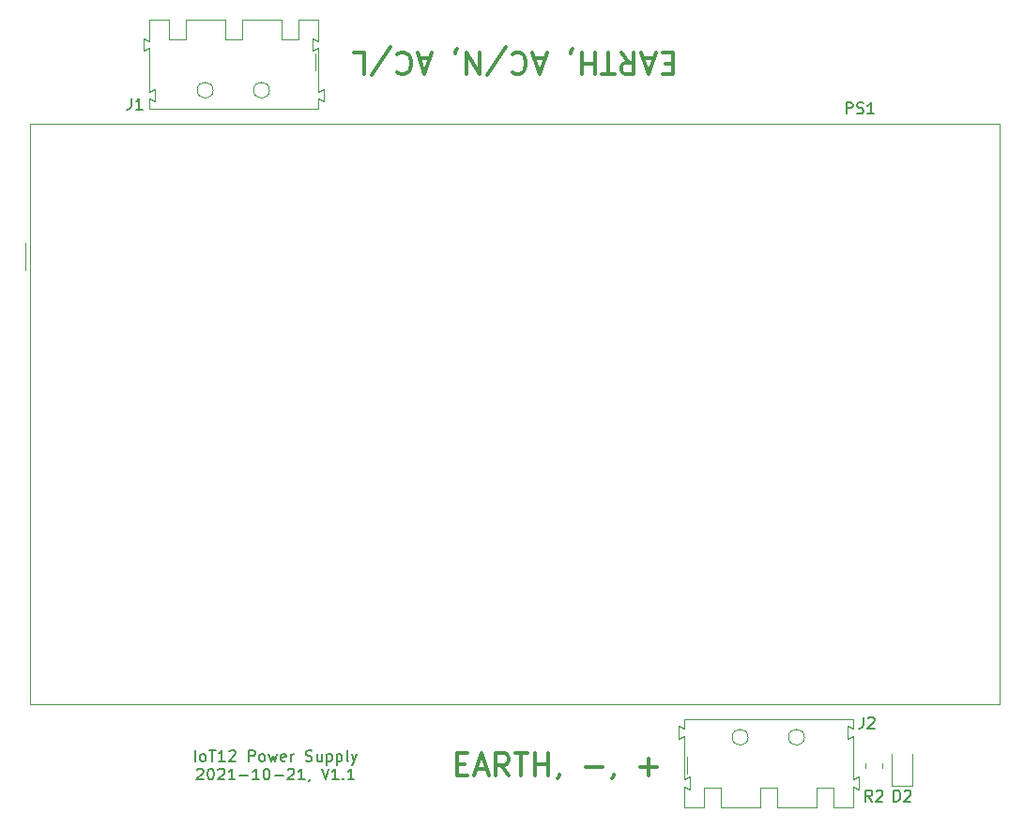
<source format=gto>
G04 #@! TF.GenerationSoftware,KiCad,Pcbnew,(5.1.10)-1*
G04 #@! TF.CreationDate,2021-10-21T22:15:42+02:00*
G04 #@! TF.ProjectId,IoT12 Power Supply,496f5431-3220-4506-9f77-657220537570,rev?*
G04 #@! TF.SameCoordinates,Original*
G04 #@! TF.FileFunction,Legend,Top*
G04 #@! TF.FilePolarity,Positive*
%FSLAX46Y46*%
G04 Gerber Fmt 4.6, Leading zero omitted, Abs format (unit mm)*
G04 Created by KiCad (PCBNEW (5.1.10)-1) date 2021-10-21 22:15:42*
%MOMM*%
%LPD*%
G01*
G04 APERTURE LIST*
%ADD10C,0.300000*%
%ADD11C,0.150000*%
%ADD12C,0.120000*%
%ADD13C,3.000000*%
%ADD14R,3.000000X3.000000*%
%ADD15C,4.000000*%
%ADD16C,2.500000*%
%ADD17R,2.500000X2.500000*%
%ADD18C,0.800000*%
%ADD19C,6.400000*%
G04 APERTURE END LIST*
D10*
X147162380Y-121777142D02*
X147829047Y-121777142D01*
X148114761Y-122824761D02*
X147162380Y-122824761D01*
X147162380Y-120824761D01*
X148114761Y-120824761D01*
X148876666Y-122253333D02*
X149829047Y-122253333D01*
X148686190Y-122824761D02*
X149352857Y-120824761D01*
X150019523Y-122824761D01*
X151829047Y-122824761D02*
X151162380Y-121872380D01*
X150686190Y-122824761D02*
X150686190Y-120824761D01*
X151448095Y-120824761D01*
X151638571Y-120920000D01*
X151733809Y-121015238D01*
X151829047Y-121205714D01*
X151829047Y-121491428D01*
X151733809Y-121681904D01*
X151638571Y-121777142D01*
X151448095Y-121872380D01*
X150686190Y-121872380D01*
X152400476Y-120824761D02*
X153543333Y-120824761D01*
X152971904Y-122824761D02*
X152971904Y-120824761D01*
X154210000Y-122824761D02*
X154210000Y-120824761D01*
X154210000Y-121777142D02*
X155352857Y-121777142D01*
X155352857Y-122824761D02*
X155352857Y-120824761D01*
X156400476Y-122729523D02*
X156400476Y-122824761D01*
X156305238Y-123015238D01*
X156210000Y-123110476D01*
X158781428Y-122062857D02*
X160305238Y-122062857D01*
X161352857Y-122729523D02*
X161352857Y-122824761D01*
X161257619Y-123015238D01*
X161162380Y-123110476D01*
X163733809Y-122062857D02*
X165257619Y-122062857D01*
X164495714Y-122824761D02*
X164495714Y-121300952D01*
X166638095Y-58562857D02*
X165971428Y-58562857D01*
X165685714Y-57515238D02*
X166638095Y-57515238D01*
X166638095Y-59515238D01*
X165685714Y-59515238D01*
X164923809Y-58086666D02*
X163971428Y-58086666D01*
X165114285Y-57515238D02*
X164447619Y-59515238D01*
X163780952Y-57515238D01*
X161971428Y-57515238D02*
X162638095Y-58467619D01*
X163114285Y-57515238D02*
X163114285Y-59515238D01*
X162352380Y-59515238D01*
X162161904Y-59420000D01*
X162066666Y-59324761D01*
X161971428Y-59134285D01*
X161971428Y-58848571D01*
X162066666Y-58658095D01*
X162161904Y-58562857D01*
X162352380Y-58467619D01*
X163114285Y-58467619D01*
X161400000Y-59515238D02*
X160257142Y-59515238D01*
X160828571Y-57515238D02*
X160828571Y-59515238D01*
X159590476Y-57515238D02*
X159590476Y-59515238D01*
X159590476Y-58562857D02*
X158447619Y-58562857D01*
X158447619Y-57515238D02*
X158447619Y-59515238D01*
X157400000Y-57610476D02*
X157400000Y-57515238D01*
X157495238Y-57324761D01*
X157590476Y-57229523D01*
X155114285Y-58086666D02*
X154161904Y-58086666D01*
X155304761Y-57515238D02*
X154638095Y-59515238D01*
X153971428Y-57515238D01*
X152161904Y-57705714D02*
X152257142Y-57610476D01*
X152542857Y-57515238D01*
X152733333Y-57515238D01*
X153019047Y-57610476D01*
X153209523Y-57800952D01*
X153304761Y-57991428D01*
X153400000Y-58372380D01*
X153400000Y-58658095D01*
X153304761Y-59039047D01*
X153209523Y-59229523D01*
X153019047Y-59420000D01*
X152733333Y-59515238D01*
X152542857Y-59515238D01*
X152257142Y-59420000D01*
X152161904Y-59324761D01*
X149876190Y-59610476D02*
X151590476Y-57039047D01*
X149209523Y-57515238D02*
X149209523Y-59515238D01*
X148066666Y-57515238D01*
X148066666Y-59515238D01*
X147019047Y-57610476D02*
X147019047Y-57515238D01*
X147114285Y-57324761D01*
X147209523Y-57229523D01*
X144733333Y-58086666D02*
X143780952Y-58086666D01*
X144923809Y-57515238D02*
X144257142Y-59515238D01*
X143590476Y-57515238D01*
X141780952Y-57705714D02*
X141876190Y-57610476D01*
X142161904Y-57515238D01*
X142352380Y-57515238D01*
X142638095Y-57610476D01*
X142828571Y-57800952D01*
X142923809Y-57991428D01*
X143019047Y-58372380D01*
X143019047Y-58658095D01*
X142923809Y-59039047D01*
X142828571Y-59229523D01*
X142638095Y-59420000D01*
X142352380Y-59515238D01*
X142161904Y-59515238D01*
X141876190Y-59420000D01*
X141780952Y-59324761D01*
X139495238Y-59610476D02*
X141209523Y-57039047D01*
X137876190Y-57515238D02*
X138828571Y-57515238D01*
X138828571Y-59515238D01*
D11*
X123571904Y-121547380D02*
X123571904Y-120547380D01*
X124190952Y-121547380D02*
X124095714Y-121499761D01*
X124048095Y-121452142D01*
X124000476Y-121356904D01*
X124000476Y-121071190D01*
X124048095Y-120975952D01*
X124095714Y-120928333D01*
X124190952Y-120880714D01*
X124333809Y-120880714D01*
X124429047Y-120928333D01*
X124476666Y-120975952D01*
X124524285Y-121071190D01*
X124524285Y-121356904D01*
X124476666Y-121452142D01*
X124429047Y-121499761D01*
X124333809Y-121547380D01*
X124190952Y-121547380D01*
X124810000Y-120547380D02*
X125381428Y-120547380D01*
X125095714Y-121547380D02*
X125095714Y-120547380D01*
X126238571Y-121547380D02*
X125667142Y-121547380D01*
X125952857Y-121547380D02*
X125952857Y-120547380D01*
X125857619Y-120690238D01*
X125762380Y-120785476D01*
X125667142Y-120833095D01*
X126619523Y-120642619D02*
X126667142Y-120595000D01*
X126762380Y-120547380D01*
X127000476Y-120547380D01*
X127095714Y-120595000D01*
X127143333Y-120642619D01*
X127190952Y-120737857D01*
X127190952Y-120833095D01*
X127143333Y-120975952D01*
X126571904Y-121547380D01*
X127190952Y-121547380D01*
X128381428Y-121547380D02*
X128381428Y-120547380D01*
X128762380Y-120547380D01*
X128857619Y-120595000D01*
X128905238Y-120642619D01*
X128952857Y-120737857D01*
X128952857Y-120880714D01*
X128905238Y-120975952D01*
X128857619Y-121023571D01*
X128762380Y-121071190D01*
X128381428Y-121071190D01*
X129524285Y-121547380D02*
X129429047Y-121499761D01*
X129381428Y-121452142D01*
X129333809Y-121356904D01*
X129333809Y-121071190D01*
X129381428Y-120975952D01*
X129429047Y-120928333D01*
X129524285Y-120880714D01*
X129667142Y-120880714D01*
X129762380Y-120928333D01*
X129810000Y-120975952D01*
X129857619Y-121071190D01*
X129857619Y-121356904D01*
X129810000Y-121452142D01*
X129762380Y-121499761D01*
X129667142Y-121547380D01*
X129524285Y-121547380D01*
X130190952Y-120880714D02*
X130381428Y-121547380D01*
X130571904Y-121071190D01*
X130762380Y-121547380D01*
X130952857Y-120880714D01*
X131714761Y-121499761D02*
X131619523Y-121547380D01*
X131429047Y-121547380D01*
X131333809Y-121499761D01*
X131286190Y-121404523D01*
X131286190Y-121023571D01*
X131333809Y-120928333D01*
X131429047Y-120880714D01*
X131619523Y-120880714D01*
X131714761Y-120928333D01*
X131762380Y-121023571D01*
X131762380Y-121118809D01*
X131286190Y-121214047D01*
X132190952Y-121547380D02*
X132190952Y-120880714D01*
X132190952Y-121071190D02*
X132238571Y-120975952D01*
X132286190Y-120928333D01*
X132381428Y-120880714D01*
X132476666Y-120880714D01*
X133524285Y-121499761D02*
X133667142Y-121547380D01*
X133905238Y-121547380D01*
X134000476Y-121499761D01*
X134048095Y-121452142D01*
X134095714Y-121356904D01*
X134095714Y-121261666D01*
X134048095Y-121166428D01*
X134000476Y-121118809D01*
X133905238Y-121071190D01*
X133714761Y-121023571D01*
X133619523Y-120975952D01*
X133571904Y-120928333D01*
X133524285Y-120833095D01*
X133524285Y-120737857D01*
X133571904Y-120642619D01*
X133619523Y-120595000D01*
X133714761Y-120547380D01*
X133952857Y-120547380D01*
X134095714Y-120595000D01*
X134952857Y-120880714D02*
X134952857Y-121547380D01*
X134524285Y-120880714D02*
X134524285Y-121404523D01*
X134571904Y-121499761D01*
X134667142Y-121547380D01*
X134810000Y-121547380D01*
X134905238Y-121499761D01*
X134952857Y-121452142D01*
X135429047Y-120880714D02*
X135429047Y-121880714D01*
X135429047Y-120928333D02*
X135524285Y-120880714D01*
X135714761Y-120880714D01*
X135810000Y-120928333D01*
X135857619Y-120975952D01*
X135905238Y-121071190D01*
X135905238Y-121356904D01*
X135857619Y-121452142D01*
X135810000Y-121499761D01*
X135714761Y-121547380D01*
X135524285Y-121547380D01*
X135429047Y-121499761D01*
X136333809Y-120880714D02*
X136333809Y-121880714D01*
X136333809Y-120928333D02*
X136429047Y-120880714D01*
X136619523Y-120880714D01*
X136714761Y-120928333D01*
X136762380Y-120975952D01*
X136810000Y-121071190D01*
X136810000Y-121356904D01*
X136762380Y-121452142D01*
X136714761Y-121499761D01*
X136619523Y-121547380D01*
X136429047Y-121547380D01*
X136333809Y-121499761D01*
X137381428Y-121547380D02*
X137286190Y-121499761D01*
X137238571Y-121404523D01*
X137238571Y-120547380D01*
X137667142Y-120880714D02*
X137905238Y-121547380D01*
X138143333Y-120880714D02*
X137905238Y-121547380D01*
X137810000Y-121785476D01*
X137762380Y-121833095D01*
X137667142Y-121880714D01*
X123714761Y-122292619D02*
X123762380Y-122245000D01*
X123857619Y-122197380D01*
X124095714Y-122197380D01*
X124190952Y-122245000D01*
X124238571Y-122292619D01*
X124286190Y-122387857D01*
X124286190Y-122483095D01*
X124238571Y-122625952D01*
X123667142Y-123197380D01*
X124286190Y-123197380D01*
X124905238Y-122197380D02*
X125000476Y-122197380D01*
X125095714Y-122245000D01*
X125143333Y-122292619D01*
X125190952Y-122387857D01*
X125238571Y-122578333D01*
X125238571Y-122816428D01*
X125190952Y-123006904D01*
X125143333Y-123102142D01*
X125095714Y-123149761D01*
X125000476Y-123197380D01*
X124905238Y-123197380D01*
X124810000Y-123149761D01*
X124762380Y-123102142D01*
X124714761Y-123006904D01*
X124667142Y-122816428D01*
X124667142Y-122578333D01*
X124714761Y-122387857D01*
X124762380Y-122292619D01*
X124810000Y-122245000D01*
X124905238Y-122197380D01*
X125619523Y-122292619D02*
X125667142Y-122245000D01*
X125762380Y-122197380D01*
X126000476Y-122197380D01*
X126095714Y-122245000D01*
X126143333Y-122292619D01*
X126190952Y-122387857D01*
X126190952Y-122483095D01*
X126143333Y-122625952D01*
X125571904Y-123197380D01*
X126190952Y-123197380D01*
X127143333Y-123197380D02*
X126571904Y-123197380D01*
X126857619Y-123197380D02*
X126857619Y-122197380D01*
X126762380Y-122340238D01*
X126667142Y-122435476D01*
X126571904Y-122483095D01*
X127571904Y-122816428D02*
X128333809Y-122816428D01*
X129333809Y-123197380D02*
X128762380Y-123197380D01*
X129048095Y-123197380D02*
X129048095Y-122197380D01*
X128952857Y-122340238D01*
X128857619Y-122435476D01*
X128762380Y-122483095D01*
X129952857Y-122197380D02*
X130048095Y-122197380D01*
X130143333Y-122245000D01*
X130190952Y-122292619D01*
X130238571Y-122387857D01*
X130286190Y-122578333D01*
X130286190Y-122816428D01*
X130238571Y-123006904D01*
X130190952Y-123102142D01*
X130143333Y-123149761D01*
X130048095Y-123197380D01*
X129952857Y-123197380D01*
X129857619Y-123149761D01*
X129810000Y-123102142D01*
X129762380Y-123006904D01*
X129714761Y-122816428D01*
X129714761Y-122578333D01*
X129762380Y-122387857D01*
X129810000Y-122292619D01*
X129857619Y-122245000D01*
X129952857Y-122197380D01*
X130714761Y-122816428D02*
X131476666Y-122816428D01*
X131905238Y-122292619D02*
X131952857Y-122245000D01*
X132048095Y-122197380D01*
X132286190Y-122197380D01*
X132381428Y-122245000D01*
X132429047Y-122292619D01*
X132476666Y-122387857D01*
X132476666Y-122483095D01*
X132429047Y-122625952D01*
X131857619Y-123197380D01*
X132476666Y-123197380D01*
X133429047Y-123197380D02*
X132857619Y-123197380D01*
X133143333Y-123197380D02*
X133143333Y-122197380D01*
X133048095Y-122340238D01*
X132952857Y-122435476D01*
X132857619Y-122483095D01*
X133905238Y-123149761D02*
X133905238Y-123197380D01*
X133857619Y-123292619D01*
X133810000Y-123340238D01*
X134952857Y-122197380D02*
X135286190Y-123197380D01*
X135619523Y-122197380D01*
X136476666Y-123197380D02*
X135905238Y-123197380D01*
X136190952Y-123197380D02*
X136190952Y-122197380D01*
X136095714Y-122340238D01*
X136000476Y-122435476D01*
X135905238Y-122483095D01*
X136905238Y-123102142D02*
X136952857Y-123149761D01*
X136905238Y-123197380D01*
X136857619Y-123149761D01*
X136905238Y-123102142D01*
X136905238Y-123197380D01*
X137905238Y-123197380D02*
X137333809Y-123197380D01*
X137619523Y-123197380D02*
X137619523Y-122197380D01*
X137524285Y-122340238D01*
X137429047Y-122435476D01*
X137333809Y-122483095D01*
D12*
X178518420Y-119380000D02*
G75*
G03*
X178518420Y-119380000I-718420J0D01*
G01*
X179578000Y-125730000D02*
X179578000Y-123952000D01*
X181102000Y-123952000D02*
X181102000Y-125730000D01*
X179578000Y-123952000D02*
X181102000Y-123952000D01*
X176022000Y-125730000D02*
X179578000Y-125730000D01*
X182880000Y-117720000D02*
X167640000Y-117720000D01*
X167640000Y-125730000D02*
X169418000Y-125730000D01*
X167640000Y-118618000D02*
X167132000Y-118364000D01*
X167132000Y-118364000D02*
X167132000Y-119507000D01*
X167132000Y-119507000D02*
X167640000Y-119253000D01*
X167640000Y-117720000D02*
X167640000Y-118618000D01*
X182372000Y-118364000D02*
X182372000Y-119507000D01*
X182880000Y-118618000D02*
X182372000Y-118364000D01*
X182372000Y-119507000D02*
X182880000Y-119253000D01*
X182880000Y-117720000D02*
X182880000Y-118618000D01*
X183388000Y-124079000D02*
X183388000Y-122936000D01*
X182880000Y-123825000D02*
X183388000Y-124079000D01*
X183388000Y-122936000D02*
X182880000Y-123190000D01*
X182880000Y-119253000D02*
X182880000Y-123190000D01*
X182880000Y-123825000D02*
X182880000Y-125730000D01*
X168148000Y-124079000D02*
X168148000Y-122936000D01*
X167640000Y-123825000D02*
X168148000Y-124079000D01*
X168148000Y-122936000D02*
X167640000Y-123190000D01*
X167640000Y-119253000D02*
X167640000Y-123190000D01*
X167640000Y-123825000D02*
X167640000Y-125730000D01*
X169418000Y-125730000D02*
X169418000Y-123952000D01*
X169418000Y-123952000D02*
X170942000Y-123952000D01*
X170942000Y-123952000D02*
X170942000Y-125730000D01*
X170942000Y-125730000D02*
X174498000Y-125730000D01*
X174498000Y-125730000D02*
X174498000Y-123952000D01*
X174498000Y-123952000D02*
X176022000Y-123952000D01*
X176022000Y-123952000D02*
X176022000Y-125730000D01*
X181102000Y-125730000D02*
X182880000Y-125730000D01*
X173438420Y-119380000D02*
G75*
G03*
X173438420Y-119380000I-718420J0D01*
G01*
X167894000Y-121158000D02*
X167894000Y-122682000D01*
X125178420Y-60960000D02*
G75*
G03*
X125178420Y-60960000I-718420J0D01*
G01*
X122682000Y-54610000D02*
X122682000Y-56388000D01*
X121158000Y-56388000D02*
X121158000Y-54610000D01*
X122682000Y-56388000D02*
X121158000Y-56388000D01*
X126238000Y-54610000D02*
X122682000Y-54610000D01*
X119380000Y-62620000D02*
X134620000Y-62620000D01*
X134620000Y-54610000D02*
X132842000Y-54610000D01*
X134620000Y-61722000D02*
X135128000Y-61976000D01*
X135128000Y-61976000D02*
X135128000Y-60833000D01*
X135128000Y-60833000D02*
X134620000Y-61087000D01*
X134620000Y-62620000D02*
X134620000Y-61722000D01*
X119888000Y-61976000D02*
X119888000Y-60833000D01*
X119380000Y-61722000D02*
X119888000Y-61976000D01*
X119888000Y-60833000D02*
X119380000Y-61087000D01*
X119380000Y-62620000D02*
X119380000Y-61722000D01*
X118872000Y-56261000D02*
X118872000Y-57404000D01*
X119380000Y-56515000D02*
X118872000Y-56261000D01*
X118872000Y-57404000D02*
X119380000Y-57150000D01*
X119380000Y-61087000D02*
X119380000Y-57150000D01*
X119380000Y-56515000D02*
X119380000Y-54610000D01*
X134112000Y-56261000D02*
X134112000Y-57404000D01*
X134620000Y-56515000D02*
X134112000Y-56261000D01*
X134112000Y-57404000D02*
X134620000Y-57150000D01*
X134620000Y-61087000D02*
X134620000Y-57150000D01*
X134620000Y-56515000D02*
X134620000Y-54610000D01*
X132842000Y-54610000D02*
X132842000Y-56388000D01*
X132842000Y-56388000D02*
X131318000Y-56388000D01*
X131318000Y-56388000D02*
X131318000Y-54610000D01*
X131318000Y-54610000D02*
X127762000Y-54610000D01*
X127762000Y-54610000D02*
X127762000Y-56388000D01*
X127762000Y-56388000D02*
X126238000Y-56388000D01*
X126238000Y-56388000D02*
X126238000Y-54610000D01*
X121158000Y-54610000D02*
X119380000Y-54610000D01*
X130258420Y-60960000D02*
G75*
G03*
X130258420Y-60960000I-718420J0D01*
G01*
X134366000Y-59182000D02*
X134366000Y-57658000D01*
X185520000Y-122147064D02*
X185520000Y-121692936D01*
X184050000Y-122147064D02*
X184050000Y-121692936D01*
X188285000Y-123780000D02*
X188285000Y-120920000D01*
X186365000Y-123780000D02*
X188285000Y-123780000D01*
X186365000Y-120920000D02*
X186365000Y-123780000D01*
X196098400Y-63964200D02*
X108698400Y-63964200D01*
X108698400Y-116364200D02*
X196098400Y-116364200D01*
X196098400Y-116364200D02*
X196098400Y-63964200D01*
X108698400Y-63964200D02*
X108698400Y-116364200D01*
X108210000Y-77220000D02*
X108210000Y-74720000D01*
D11*
X183816666Y-117562380D02*
X183816666Y-118276666D01*
X183769047Y-118419523D01*
X183673809Y-118514761D01*
X183530952Y-118562380D01*
X183435714Y-118562380D01*
X184245238Y-117657619D02*
X184292857Y-117610000D01*
X184388095Y-117562380D01*
X184626190Y-117562380D01*
X184721428Y-117610000D01*
X184769047Y-117657619D01*
X184816666Y-117752857D01*
X184816666Y-117848095D01*
X184769047Y-117990952D01*
X184197619Y-118562380D01*
X184816666Y-118562380D01*
X117776666Y-61682380D02*
X117776666Y-62396666D01*
X117729047Y-62539523D01*
X117633809Y-62634761D01*
X117490952Y-62682380D01*
X117395714Y-62682380D01*
X118776666Y-62682380D02*
X118205238Y-62682380D01*
X118490952Y-62682380D02*
X118490952Y-61682380D01*
X118395714Y-61825238D01*
X118300476Y-61920476D01*
X118205238Y-61968095D01*
X184618333Y-125166380D02*
X184285000Y-124690190D01*
X184046904Y-125166380D02*
X184046904Y-124166380D01*
X184427857Y-124166380D01*
X184523095Y-124214000D01*
X184570714Y-124261619D01*
X184618333Y-124356857D01*
X184618333Y-124499714D01*
X184570714Y-124594952D01*
X184523095Y-124642571D01*
X184427857Y-124690190D01*
X184046904Y-124690190D01*
X184999285Y-124261619D02*
X185046904Y-124214000D01*
X185142142Y-124166380D01*
X185380238Y-124166380D01*
X185475476Y-124214000D01*
X185523095Y-124261619D01*
X185570714Y-124356857D01*
X185570714Y-124452095D01*
X185523095Y-124594952D01*
X184951666Y-125166380D01*
X185570714Y-125166380D01*
X186586904Y-125166380D02*
X186586904Y-124166380D01*
X186825000Y-124166380D01*
X186967857Y-124214000D01*
X187063095Y-124309238D01*
X187110714Y-124404476D01*
X187158333Y-124594952D01*
X187158333Y-124737809D01*
X187110714Y-124928285D01*
X187063095Y-125023523D01*
X186967857Y-125118761D01*
X186825000Y-125166380D01*
X186586904Y-125166380D01*
X187539285Y-124261619D02*
X187586904Y-124214000D01*
X187682142Y-124166380D01*
X187920238Y-124166380D01*
X188015476Y-124214000D01*
X188063095Y-124261619D01*
X188110714Y-124356857D01*
X188110714Y-124452095D01*
X188063095Y-124594952D01*
X187491666Y-125166380D01*
X188110714Y-125166380D01*
X182300714Y-63063380D02*
X182300714Y-62063380D01*
X182681666Y-62063380D01*
X182776904Y-62111000D01*
X182824523Y-62158619D01*
X182872142Y-62253857D01*
X182872142Y-62396714D01*
X182824523Y-62491952D01*
X182776904Y-62539571D01*
X182681666Y-62587190D01*
X182300714Y-62587190D01*
X183253095Y-63015761D02*
X183395952Y-63063380D01*
X183634047Y-63063380D01*
X183729285Y-63015761D01*
X183776904Y-62968142D01*
X183824523Y-62872904D01*
X183824523Y-62777666D01*
X183776904Y-62682428D01*
X183729285Y-62634809D01*
X183634047Y-62587190D01*
X183443571Y-62539571D01*
X183348333Y-62491952D01*
X183300714Y-62444333D01*
X183253095Y-62349095D01*
X183253095Y-62253857D01*
X183300714Y-62158619D01*
X183348333Y-62111000D01*
X183443571Y-62063380D01*
X183681666Y-62063380D01*
X183824523Y-62111000D01*
X184776904Y-63063380D02*
X184205476Y-63063380D01*
X184491190Y-63063380D02*
X184491190Y-62063380D01*
X184395952Y-62206238D01*
X184300714Y-62301476D01*
X184205476Y-62349095D01*
%LPC*%
D13*
X180340000Y-121920000D03*
X175260000Y-121920000D03*
D14*
X170180000Y-121920000D03*
D13*
X121920000Y-58420000D03*
X127000000Y-58420000D03*
D14*
X132080000Y-58420000D03*
G36*
G01*
X185235001Y-121520000D02*
X184334999Y-121520000D01*
G75*
G02*
X184085000Y-121270001I0J249999D01*
G01*
X184085000Y-120569999D01*
G75*
G02*
X184334999Y-120320000I249999J0D01*
G01*
X185235001Y-120320000D01*
G75*
G02*
X185485000Y-120569999I0J-249999D01*
G01*
X185485000Y-121270001D01*
G75*
G02*
X185235001Y-121520000I-249999J0D01*
G01*
G37*
G36*
G01*
X185235001Y-123520000D02*
X184334999Y-123520000D01*
G75*
G02*
X184085000Y-123270001I0J249999D01*
G01*
X184085000Y-122569999D01*
G75*
G02*
X184334999Y-122320000I249999J0D01*
G01*
X185235001Y-122320000D01*
G75*
G02*
X185485000Y-122569999I0J-249999D01*
G01*
X185485000Y-123270001D01*
G75*
G02*
X185235001Y-123520000I-249999J0D01*
G01*
G37*
G36*
G01*
X187775001Y-121470000D02*
X186874999Y-121470000D01*
G75*
G02*
X186625000Y-121220001I0J249999D01*
G01*
X186625000Y-120569999D01*
G75*
G02*
X186874999Y-120320000I249999J0D01*
G01*
X187775001Y-120320000D01*
G75*
G02*
X188025000Y-120569999I0J-249999D01*
G01*
X188025000Y-121220001D01*
G75*
G02*
X187775001Y-121470000I-249999J0D01*
G01*
G37*
G36*
G01*
X187775001Y-123520000D02*
X186874999Y-123520000D01*
G75*
G02*
X186625000Y-123270001I0J249999D01*
G01*
X186625000Y-122619999D01*
G75*
G02*
X186874999Y-122370000I249999J0D01*
G01*
X187775001Y-122370000D01*
G75*
G02*
X188025000Y-122619999I0J-249999D01*
G01*
X188025000Y-123270001D01*
G75*
G02*
X187775001Y-123520000I-249999J0D01*
G01*
G37*
D15*
X190198400Y-104914200D03*
D16*
X114198400Y-69164200D03*
D15*
X190198400Y-110414200D03*
D17*
X114198400Y-75914200D03*
D18*
X113457056Y-120222944D03*
X111760000Y-119520000D03*
X110062944Y-120222944D03*
X109360000Y-121920000D03*
X110062944Y-123617056D03*
X111760000Y-124320000D03*
X113457056Y-123617056D03*
X114160000Y-121920000D03*
D19*
X111760000Y-121920000D03*
D18*
X113457056Y-56722944D03*
X111760000Y-56020000D03*
X110062944Y-56722944D03*
X109360000Y-58420000D03*
X110062944Y-60117056D03*
X111760000Y-60820000D03*
X113457056Y-60117056D03*
X114160000Y-58420000D03*
D19*
X111760000Y-58420000D03*
D18*
X194737056Y-120222944D03*
X193040000Y-119520000D03*
X191342944Y-120222944D03*
X190640000Y-121920000D03*
X191342944Y-123617056D03*
X193040000Y-124320000D03*
X194737056Y-123617056D03*
X195440000Y-121920000D03*
D19*
X193040000Y-121920000D03*
D18*
X194737056Y-56722944D03*
X193040000Y-56020000D03*
X191342944Y-56722944D03*
X190640000Y-58420000D03*
X191342944Y-60117056D03*
X193040000Y-60820000D03*
X194737056Y-60117056D03*
X195440000Y-58420000D03*
D19*
X193040000Y-58420000D03*
M02*

</source>
